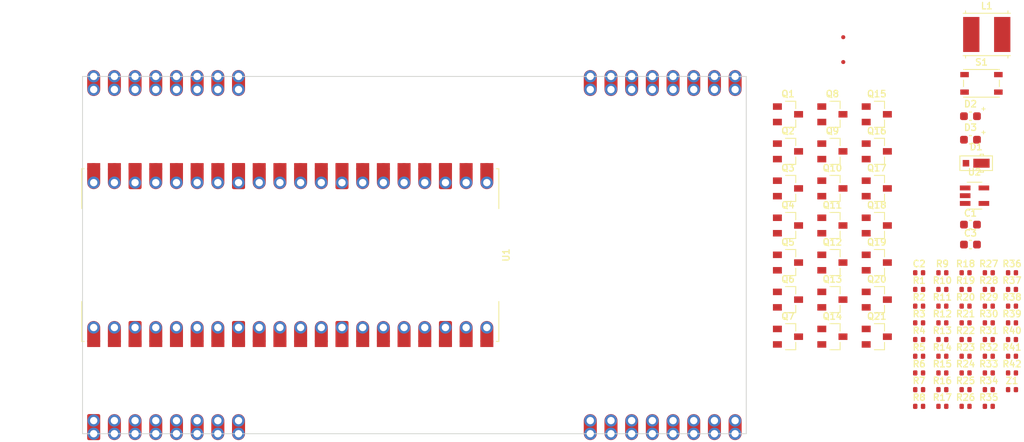
<source format=kicad_pcb>
(kicad_pcb (version 20241229) (generator "pcbnew") (generator_version "9.0")
  (title_block (title "LTE Clock"))
  (layers (0 "F.Cu" signal) (2 "B.Cu" signal) (5 "F.SilkS" user "F.Silkscreen") (7 "B.SilkS" user "B.Silkscreen") (1 "F.Mask" user) (3 "B.Mask" user) (25 "Edge.Cuts" user))
  (net 0 "")
  (net 1 "GND")
  (net 2 "+5V")
  (net 3 "+8V")
  (net 4 "Net-(U2-FB)")
  (net 5 "Net-(D1-A)")
  (net 6 "Net-(D2-A)")
  (net 7 "Net-(D3-A)")
  (net 8 "/digit_0_a")
  (net 9 "/digit_6_a")
  (net 10 "/digit_3_a")
  (net 11 "/digit_2_a")
  (net 12 "/digit_7_a")
  (net 13 "/digit_5_a")
  (net 14 "/digit_1_a")
  (net 15 "/digit_4_a")
  (net 16 "/od_0_k")
  (net 17 "/od_3_k")
  (net 18 "/seg_c_k")
  (net 19 "/od_2_k")
  (net 20 "/od_4_k")
  (net 21 "/seg_e_k")
  (net 22 "/od_1_k")
  (net 23 "/seg_d_k")
  (net 24 "/seg_dp_k")
  (net 25 "/sw_1")
  (net 26 "/sw_2")
  (net 27 "/seg_g_k")
  (net 28 "/seg_f_k")
  (net 29 "/seg_a_k")
  (net 30 "/sw_0")
  (net 31 "/seg_b_k")
  (net 32 "+3V3")
  (net 33 "/SWCLK")
  (net 34 "/SWDIO")
  (net 35 "/SWDIO_1")
  (net 36 "/SWDIO_2")
  (net 37 "/AIN")
  (net 38 "+VSW")
  (net 39 "/SWCLK_1")
  (net 40 "/NRST")
  (net 41 "/SWCLK_2")
  (net 42 "/digit_0_int")
  (net 43 "/digit_1_int")
  (net 44 "/digit_2_int")
  (net 45 "/digit_3_int")
  (net 46 "/digit_4_int")
  (net 47 "/digit_5_int")
  (net 48 "/digit_6_int")
  (net 49 "/digit_7_int")
  (net 50 "Net-(Q9-D)")
  (net 51 "/seg_e_int")
  (net 52 "Net-(Q10-D)")
  (net 53 "/seg_d_int")
  (net 54 "Net-(Q11-D)")
  (net 55 "/seg_c_int")
  (net 56 "/seg_b_int")
  (net 57 "Net-(Q12-D)")
  (net 58 "Net-(Q13-D)")
  (net 59 "/seg_a_int")
  (net 60 "Net-(Q14-D)")
  (net 61 "/seg_dp_int")
  (net 62 "Net-(Q15-D)")
  (net 63 "/seg_f_int")
  (net 64 "Net-(Q16-D)")
  (net 65 "/seg_g_int")
  (net 66 "Net-(Q17-D)")
  (net 67 "/od_0_int")
  (net 68 "/od_1_int")
  (net 69 "Net-(Q18-D)")
  (net 70 "Net-(Q19-D)")
  (net 71 "/od_2_int")
  (net 72 "Net-(Q20-D)")
  (net 73 "/od_3_int")
  (net 74 "/od_4_int")
  (net 75 "Net-(Q21-D)")
  (net 76 "Net-(U1-3V3_EN)")
  (net 77 "/LED")
  (footprint "00_custom_lib:RC0402FR-0747KL" (layer "F.Cu") (at 158.4 74.1)
    (property "Reference" "R18" (at 0 -1.1 0) (layer "F.SilkS") (effects (font (size 0.8 0.8))))
    (property "Value" "RC0402FR-0747KL")
    (pad "1" smd roundrect (at -0.48 0) (size 0.54 0.64) (layers "F.Cu" "F.Mask" "F.Paste") (net 51 "/seg_e_int"))
    (pad "2" smd roundrect (at 0.48 0) (size 0.54 0.64) (layers "F.Cu" "F.Mask" "F.Paste") (net 1 "GND"))
  )
  (footprint "00_custom_lib:AO3400A" (layer "F.Cu") (at 147.5 63.75)
    (property "Reference" "Q17" (at 0 -2.5 0) (layer "F.SilkS") (effects (font (size 0.8 0.8))))
    (property "Value" "AO3400A")
    (pad "1" smd rect (at -1.3 -0.95) (size 1.1 0.8) (layers "F.Cu" "F.Mask" "F.Paste") (net 67 "/od_0_int"))
    (pad "2" smd rect (at -1.3 0.95) (size 1.1 0.8) (layers "F.Cu" "F.Mask" "F.Paste") (net 1 "GND"))
    (pad "3" smd rect (at 1.3 0) (size 1.1 0.8) (layers "F.Cu" "F.Mask" "F.Paste") (net 66 "Net-(Q17-D)"))
  )
  (footprint "00_custom_lib:AO3415A" (layer "F.Cu") (at 136.6 68.3)
    (property "Reference" "Q4" (at 0 -2.5 0) (layer "F.SilkS") (effects (font (size 0.8 0.8))))
    (property "Value" "AO3415A")
    (pad "1" smd rect (at -1.3 -0.95) (size 1.1 0.8) (layers "F.Cu" "F.Mask" "F.Paste") (net 45 "/digit_3_int"))
    (pad "2" smd rect (at -1.3 0.95) (size 1.1 0.8) (layers "F.Cu" "F.Mask" "F.Paste") (net 3 "+8V"))
    (pad "3" smd rect (at 1.3 0) (size 1.1 0.8) (layers "F.Cu" "F.Mask" "F.Paste") (net 10 "/digit_3_a"))
  )
  (footprint "00_custom_lib:RC0402FR-0747KL" (layer "F.Cu") (at 164.1 78.2)
    (property "Reference" "R38" (at 0 -1.1 0) (layer "F.SilkS") (effects (font (size 0.8 0.8))))
    (property "Value" "RC0402FR-0747KL")
    (pad "1" smd roundrect (at -0.48 0) (size 0.54 0.64) (layers "F.Cu" "F.Mask" "F.Paste") (net 71 "/od_2_int"))
    (pad "2" smd roundrect (at 0.48 0) (size 0.54 0.64) (layers "F.Cu" "F.Mask" "F.Paste") (net 1 "GND"))
  )
  (footprint "00_custom_lib:R_1005m" (layer "F.Cu") (at 152.7 76.15)
    (property "Reference" "R1" (at 0 -1.1 0) (layer "F.SilkS") (effects (font (size 0.8 0.8))))
    (property "Value" "R_1005m")
    (pad "1" smd roundrect (at -0.48 0) (size 0.54 0.64) (layers "F.Cu" "F.Mask" "F.Paste") (net 76 "Net-(U1-3V3_EN)"))
    (pad "2" smd roundrect (at 0.48 0) (size 0.54 0.64) (layers "F.Cu" "F.Mask" "F.Paste") (net 1 "GND"))
  )
  (footprint "00_custom_lib:RC0402FR-0747KL" (layer "F.Cu") (at 155.55 74.1)
    (property "Reference" "R9" (at 0 -1.1 0) (layer "F.SilkS") (effects (font (size 0.8 0.8))))
    (property "Value" "RC0402FR-0747KL")
    (pad "1" smd roundrect (at -0.48 0) (size 0.54 0.64) (layers "F.Cu" "F.Mask" "F.Paste") (net 3 "+8V"))
    (pad "2" smd roundrect (at 0.48 0) (size 0.54 0.64) (layers "F.Cu" "F.Mask" "F.Paste") (net 42 "/digit_0_int"))
  )
  (footprint "00_custom_lib:RC0402FR-0733RL" (layer "F.Cu") (at 161.25 82.3)
    (property "Reference" "R31" (at 0 -1.1 0) (layer "F.SilkS") (effects (font (size 0.8 0.8))))
    (property "Value" "RC0402FR-0733RL")
    (pad "1" smd roundrect (at -0.48 0) (size 0.54 0.64) (layers "F.Cu" "F.Mask" "F.Paste") (net 64 "Net-(Q16-D)"))
    (pad "2" smd roundrect (at 0.48 0) (size 0.54 0.64) (layers "F.Cu" "F.Mask" "F.Paste") (net 27 "/seg_g_k"))
  )
  (footprint "00_custom_lib:CC0603KRX5R8BB225" (layer "F.Cu") (at 159 68.19)
    (property "Reference" "C1" (at 0 -1.4 0) (layer "F.SilkS") (effects (font (size 0.8 0.8))))
    (property "Value" "CC0603KRX5R8BB225")
    (pad "1" smd roundrect (at -0.8 0) (size 0.95 0.95) (layers "F.Cu" "F.Mask" "F.Paste") (net 1 "GND"))
    (pad "2" smd roundrect (at 0.8 0) (size 0.95 0.95) (layers "F.Cu" "F.Mask" "F.Paste") (net 2 "+5V"))
  )
  (footprint "00_custom_lib:RC0402FR-0747KL" (layer "F.Cu") (at 164.1 74.1)
    (property "Reference" "R36" (at 0 -1.1 0) (layer "F.SilkS") (effects (font (size 0.8 0.8))))
    (property "Value" "RC0402FR-0747KL")
    (pad "1" smd roundrect (at -0.48 0) (size 0.54 0.64) (layers "F.Cu" "F.Mask" "F.Paste") (net 68 "/od_1_int"))
    (pad "2" smd roundrect (at 0.48 0) (size 0.54 0.64) (layers "F.Cu" "F.Mask" "F.Paste") (net 1 "GND"))
  )
  (footprint "00_custom_lib:RC0402FR-0747KL" (layer "F.Cu") (at 161.25 76.15)
    (property "Reference" "R28" (at 0 -1.1 0) (layer "F.SilkS") (effects (font (size 0.8 0.8))))
    (property "Value" "RC0402FR-0747KL")
    (pad "1" smd roundrect (at -0.48 0) (size 0.54 0.64) (layers "F.Cu" "F.Mask" "F.Paste") (net 61 "/seg_dp_int"))
    (pad "2" smd roundrect (at 0.48 0) (size 0.54 0.64) (layers "F.Cu" "F.Mask" "F.Paste") (net 1 "GND"))
  )
  (footprint "00_custom_lib:AO3400A" (layer "F.Cu") (at 147.5 68.3)
    (property "Reference" "Q18" (at 0 -2.5 0) (layer "F.SilkS") (effects (font (size 0.8 0.8))))
    (property "Value" "AO3400A")
    (pad "1" smd rect (at -1.3 -0.95) (size 1.1 0.8) (layers "F.Cu" "F.Mask" "F.Paste") (net 68 "/od_1_int"))
    (pad "2" smd rect (at -1.3 0.95) (size 1.1 0.8) (layers "F.Cu" "F.Mask" "F.Paste") (net 1 "GND"))
    (pad "3" smd rect (at 1.3 0) (size 1.1 0.8) (layers "F.Cu" "F.Mask" "F.Paste") (net 69 "Net-(Q18-D)"))
  )
  (footprint "00_custom_lib:SML-E12V8WT86" (layer "F.Cu") (at 159 54.885)
    (property "Reference" "D2" (at 0 -1.5 0) (layer "F.SilkS") (effects (font (size 0.8 0.8))))
    (property "Value" "SML-E12V8WT86")
    (pad "1" smd roundrect (at -0.8 0) (size 0.95 0.95) (layers "F.Cu" "F.Mask" "F.Paste") (net 1 "GND"))
    (pad "2" smd roundrect (at 0.8 0) (size 0.95 0.95) (layers "F.Cu" "F.Mask" "F.Paste") (net 6 "Net-(D2-A)"))
  )
  (footprint "00_custom_lib:Fiducial_0.5mm_Mask1.5mm" (layer "F.Cu") (at 143.385 45.185)
    (property "Reference" "ID1" (hide yes))
    (property "Value" "Fiducial_0.5mm_Mask1.5mm")
    (pad "" smd circle (at 0 0) (size 0.5 0.5) (layers "F.Cu" "F.Mask") (clearance 0.5))
  )
  (footprint "00_custom_lib:AO3400A" (layer "F.Cu") (at 142.05 77.4)
    (property "Reference" "Q13" (at 0 -2.5 0) (layer "F.SilkS") (effects (font (size 0.8 0.8))))
    (property "Value" "AO3400A")
    (pad "1" smd rect (at -1.3 -0.95) (size 1.1 0.8) (layers "F.Cu" "F.Mask" "F.Paste") (net 59 "/seg_a_int"))
    (pad "2" smd rect (at -1.3 0.95) (size 1.1 0.8) (layers "F.Cu" "F.Mask" "F.Paste") (net 1 "GND"))
    (pad "3" smd rect (at 1.3 0) (size 1.1 0.8) (layers "F.Cu" "F.Mask" "F.Paste") (net 58 "Net-(Q13-D)"))
  )
  (footprint "00_custom_lib:RC0402FR-0747KL" (layer "F.Cu") (at 161.25 84.35)
    (property "Reference" "R32" (at 0 -1.1 0) (layer "F.SilkS") (effects (font (size 0.8 0.8))))
    (property "Value" "RC0402FR-0747KL")
    (pad "1" smd roundrect (at -0.48 0) (size 0.54 0.64) (layers "F.Cu" "F.Mask" "F.Paste") (net 65 "/seg_g_int"))
    (pad "2" smd roundrect (at 0.48 0) (size 0.54 0.64) (layers "F.Cu" "F.Mask" "F.Paste") (net 1 "GND"))
  )
  (footprint "00_custom_lib:AO3400A" (layer "F.Cu") (at 142.05 72.85)
    (property "Reference" "Q12" (at 0 -2.5 0) (layer "F.SilkS") (effects (font (size 0.8 0.8))))
    (property "Value" "AO3400A")
    (pad "1" smd rect (at -1.3 -0.95) (size 1.1 0.8) (layers "F.Cu" "F.Mask" "F.Paste") (net 56 "/seg_b_int"))
    (pad "2" smd rect (at -1.3 0.95) (size 1.1 0.8) (layers "F.Cu" "F.Mask" "F.Paste") (net 1 "GND"))
    (pad "3" smd rect (at 1.3 0) (size 1.1 0.8) (layers "F.Cu" "F.Mask" "F.Paste") (net 57 "Net-(Q12-D)"))
  )
  (footprint "00_custom_lib:RC0402FR-0747KL" (layer "F.Cu") (at 161.25 88.45)
    (property "Reference" "R34" (at 0 -1.1 0) (layer "F.SilkS") (effects (font (size 0.8 0.8))))
    (property "Value" "RC0402FR-0747KL")
    (pad "1" smd roundrect (at -0.48 0) (size 0.54 0.64) (layers "F.Cu" "F.Mask" "F.Paste") (net 67 "/od_0_int"))
    (pad "2" smd roundrect (at 0.48 0) (size 0.54 0.64) (layers "F.Cu" "F.Mask" "F.Paste") (net 1 "GND"))
  )
  (footprint "00_custom_lib:AO3415A" (layer "F.Cu") (at 136.6 54.65)
    (property "Reference" "Q1" (at 0 -2.5 0) (layer "F.SilkS") (effects (font (size 0.8 0.8))))
    (property "Value" "AO3415A")
    (pad "1" smd rect (at -1.3 -0.95) (size 1.1 0.8) (layers "F.Cu" "F.Mask" "F.Paste") (net 42 "/digit_0_int"))
    (pad "2" smd rect (at -1.3 0.95) (size 1.1 0.8) (layers "F.Cu" "F.Mask" "F.Paste") (net 3 "+8V"))
    (pad "3" smd rect (at 1.3 0) (size 1.1 0.8) (layers "F.Cu" "F.Mask" "F.Paste") (net 8 "/digit_0_a"))
  )
  (footprint "00_custom_lib:AO3415A" (layer "F.Cu") (at 136.6 77.4)
    (property "Reference" "Q6" (at 0 -2.5 0) (layer "F.SilkS") (effects (font (size 0.8 0.8))))
    (property "Value" "AO3415A")
    (pad "1" smd rect (at -1.3 -0.95) (size 1.1 0.8) (layers "F.Cu" "F.Mask" "F.Paste") (net 47 "/digit_5_int"))
    (pad "2" smd rect (at -1.3 0.95) (size 1.1 0.8) (layers "F.Cu" "F.Mask" "F.Paste") (net 3 "+8V"))
    (pad "3" smd rect (at 1.3 0) (size 1.1 0.8) (layers "F.Cu" "F.Mask" "F.Paste") (net 13 "/digit_5_a"))
  )
  (footprint "00_custom_lib:CC0603KRX5R7BB475" (layer "F.Cu") (at 159 70.64)
    (property "Reference" "C3" (at 0 -1.4 0) (layer "F.SilkS") (effects (font (size 0.8 0.8))))
    (property "Value" "CC0603KRX5R7BB475")
    (pad "1" smd roundrect (at -0.8 0) (size 0.95 0.95) (layers "F.Cu" "F.Mask" "F.Paste") (net 3 "+8V"))
    (pad "2" smd roundrect (at 0.8 0) (size 0.95 0.95) (layers "F.Cu" "F.Mask" "F.Paste") (net 1 "GND"))
  )
  (footprint "00_custom_lib:RC0402JR-070RL" (layer "F.Cu") (at 164.1 80.25)
    (property "Reference" "R39" (at 0 -1.1 0) (layer "F.SilkS") (effects (font (size 0.8 0.8))))
    (property "Value" "RC0402JR-070RL")
    (pad "1" smd roundrect (at -0.48 0) (size 0.54 0.64) (layers "F.Cu" "F.Mask" "F.Paste") (net 72 "Net-(Q20-D)"))
    (pad "2" smd roundrect (at 0.48 0) (size 0.54 0.64) (layers "F.Cu" "F.Mask" "F.Paste") (net 17 "/od_3_k"))
  )
  (footprint "00_custom_lib:SKRPABE010" (layer "F.Cu") (at 160.35 50.85)
    (property "Reference" "S1" (at 0 -2.6 0) (layer "F.SilkS") (effects (font (size 0.8 0.8))))
    (property "Value" "SKRPABE010")
    (pad "1" smd rect (at -2.075 -1.075) (size 1.05 0.65) (layers "F.Cu" "F.Mask" "F.Paste") (net 40 "/NRST"))
    (pad "2" smd rect (at 2.075 -1.075) (size 1.05 0.65) (layers "F.Cu" "F.Mask" "F.Paste") (net 40 "/NRST"))
    (pad "3" smd rect (at -2.075 1.075) (size 1.05 0.65) (layers "F.Cu" "F.Mask" "F.Paste") (net 1 "GND"))
    (pad "4" smd rect (at 2.075 1.075) (size 1.05 0.65) (layers "F.Cu" "F.Mask" "F.Paste") (net 1 "GND"))
  )
  (footprint "00_custom_lib:SML-E12P8WT86" (layer "F.Cu") (at 159 57.77)
    (property "Reference" "D3" (at 0 -1.5 0) (layer "F.SilkS") (effects (font (size 0.8 0.8))))
    (property "Value" "SML-E12P8WT86")
    (pad "1" smd roundrect (at -0.8 0) (size 0.95 0.95) (layers "F.Cu" "F.Mask" "F.Paste") (net 1 "GND"))
    (pad "2" smd roundrect (at 0.8 0) (size 0.95 0.95) (layers "F.Cu" "F.Mask" "F.Paste") (net 7 "Net-(D3-A)"))
  )
  (footprint "00_custom_lib:AO3400A" (layer "F.Cu") (at 147.5 59.2)
    (property "Reference" "Q16" (at 0 -2.5 0) (layer "F.SilkS") (effects (font (size 0.8 0.8))))
    (property "Value" "AO3400A")
    (pad "1" smd rect (at -1.3 -0.95) (size 1.1 0.8) (layers "F.Cu" "F.Mask" "F.Paste") (net 65 "/seg_g_int"))
    (pad "2" smd rect (at -1.3 0.95) (size 1.1 0.8) (layers "F.Cu" "F.Mask" "F.Paste") (net 1 "GND"))
    (pad "3" smd rect (at 1.3 0) (size 1.1 0.8) (layers "F.Cu" "F.Mask" "F.Paste") (net 64 "Net-(Q16-D)"))
  )
  (footprint "00_custom_lib:AO3400A" (layer "F.Cu") (at 142.05 68.3)
    (property "Reference" "Q11" (at 0 -2.5 0) (layer "F.SilkS") (effects (font (size 0.8 0.8))))
    (property "Value" "AO3400A")
    (pad "1" smd rect (at -1.3 -0.95) (size 1.1 0.8) (layers "F.Cu" "F.Mask" "F.Paste") (net 55 "/seg_c_int"))
    (pad "2" smd rect (at -1.3 0.95) (size 1.1 0.8) (layers "F.Cu" "F.Mask" "F.Paste") (net 1 "GND"))
    (pad "3" smd rect (at 1.3 0) (size 1.1 0.8) (layers "F.Cu" "F.Mask" "F.Paste") (net 54 "Net-(Q11-D)"))
  )
  (footprint "00_custom_lib:RC0402FR-0747KL" (layer "F.Cu") (at 164.1 82.3)
    (property "Reference" "R40" (at 0 -1.1 0) (layer "F.SilkS") (effects (font (size 0.8 0.8))))
    (property "Value" "RC0402FR-0747KL")
    (pad "1" smd roundrect (at -0.48 0) (size 0.54 0.64) (layers "F.Cu" "F.Mask" "F.Paste") (net 73 "/od_3_int"))
    (pad "2" smd roundrect (at 0.48 0) (size 0.54 0.64) (layers "F.Cu" "F.Mask" "F.Paste") (net 1 "GND"))
  )
  (footprint "00_custom_lib:RC0402FR-0733RL" (layer "F.Cu") (at 158.4 84.35)
    (property "Reference" "R23" (at 0 -1.1 0) (layer "F.SilkS") (effects (font (size 0.8 0.8))))
    (property "Value" "RC0402FR-0733RL")
    (pad "1" smd roundrect (at -0.48 0) (size 0.54 0.64) (layers "F.Cu" "F.Mask" "F.Paste") (net 57 "Net-(Q12-D)"))
    (pad "2" smd roundrect (at 0.48 0) (size 0.54 0.64) (layers "F.Cu" "F.Mask" "F.Paste") (net 31 "/seg_b_k"))
  )
  (footprint "00_custom_lib:RC0402FR-0733RL" (layer "F.Cu") (at 158.4 76.15)
    (property "Reference" "R19" (at 0 -1.1 0) (layer "F.SilkS") (effects (font (size 0.8 0.8))))
    (property "Value" "RC0402FR-0733RL")
    (pad "1" smd roundrect (at -0.48 0) (size 0.54 0.64) (layers "F.Cu" "F.Mask" "F.Paste") (net 52 "Net-(Q10-D)"))
    (pad "2" smd roundrect (at 0.48 0) (size 0.54 0.64) (layers "F.Cu" "F.Mask" "F.Paste") (net 23 "/seg_d_k"))
  )
  (footprint "00_custom_lib:edge_conn_pico_8pin_b" (layer "F.Cu") (at 70.52 50 -90)
    (property "Reference" "J4" (hide yes))
    (property "Value" "edge_conn_pico_8pin_b" (hide yes))
    (pad "1" thru_hole circle (at 0 1.37 270) (size 1.5 1.5) (drill 0.9) (layers "*.Cu" "*.Mask") (net 37 "/AIN"))
    (pad "1" smd roundrect (at 0.81 1.37 270) (size 3.2 1.6) (layers "F.Cu" "F.Mask") (roundrect_rratio 0.5) (net 37 "/AIN"))
    (pad "1" thru_hole circle (at 1.61 1.37 270) (size 1.5 1.5) (drill 0.9) (layers "*.Cu" "*.Mask") (net 37 "/AIN"))
    (pad "2" thru_hole circle (at 0 3.91 270) (size 1.5 1.5) (drill 0.9) (layers "*.Cu" "*.Mask") (net 1 "GND"))
    (pad "2" smd roundrect (at 0.81 3.91 270) (size 3.2 1.6) (layers "F.Cu" "F.Mask") (roundrect_rratio 0.5) (net 1 "GND"))
    (pad "2" thru_hole circle (at 1.61 3.91 270) (size 1.5 1.5) (drill 0.9) (layers "*.Cu" "*.Mask") (net 1 "GND"))
    (pad "3" thru_hole circle (at 0 6.45 270) (size 1.5 1.5) (drill 0.9) (layers "*.Cu" "*.Mask") (net 40 "/NRST"))
    (pad "3" smd roundrect (at 0.81 6.45 270) (size 3.2 1.6) (layers "F.Cu" "F.Mask") (roundrect_rratio 0.5) (net 40 "/NRST"))
    (pad "3" thru_hole circle (at 1.61 6.45 270) (size 1.5 1.5) (drill 0.9) (layers "*.Cu" "*.Mask") (net 40 "/NRST"))
    (pad "4" thru_hole circle (at 0 8.99 270) (size 1.5 1.5) (drill 0.9) (layers "*.Cu" "*.Mask") (net 39 "/SWCLK_1"))
    (pad "4" smd roundrect (at 0.81 8.99 270) (size 3.2 1.6) (layers "F.Cu" "F.Mask") (roundrect_rratio 0.5) (net 33 "/SWCLK"))
    (pad "4" thru_hole circle (at 1.61 8.99 270) (size 1.5 1.5) (drill 0.9) (layers "*.Cu" "*.Mask") (net 41 "/SWCLK_2"))
    (pad "5" thru_hole circle (at 0 11.53 270) (size 1.5 1.5) (drill 0.9) (layers "*.Cu" "*.Mask") (net 34 "/SWDIO"))
    (pad "5" smd roundrect (at 0.81 11.53 270) (size 3.2 1.6) (layers "F.Cu" "F.Mask") (roundrect_rratio 0.5) (net 36 "/SWDIO_2"))
    (pad "5" thru_hole circle (at 1.61 11.53 270) (size 1.5 1.5) (drill 0.9) (layers "*.Cu" "*.Mask") (net 35 "/SWDIO_1"))
    (pad "6" thru_hole circle (at 0 14.07 270) (size 1.5 1.5) (drill 0.9) (layers "*.Cu" "*.Mask") (net 32 "+3V3"))
    (pad "6" smd roundrect (at 0.81 14.07 270) (size 3.2 1.6) (layers "F.Cu" "F.Mask") (roundrect_rratio 0.5) (net 32 "+3V3"))
    (pad "6" thru_hole circle (at 1.61 14.07 270) (size 1.5 1.5) (drill 0.9) (layers "*.Cu" "*.Mask") (net 32 "+3V3"))
    (pad "7" thru_hole circle (at 0 16.61 270) (size 1.5 1.5) (drill 0.9) (layers "*.Cu" "*.Mask") (net 38 "+VSW"))
    (pad "7" smd roundrect (at 0.81 16.61 270) (size 3.2 1.6) (layers "F.Cu" "F.Mask") (roundrect_rratio 0.5) (net 38 "+VSW"))
    (pad "7" thru_hole circle (at 1.61 16.61 270) (size 1.5 1.5) (drill 0.9) (layers "*.Cu" "*.Mask") (net 38 "+VSW"))
    (pad "8" thru_hole circle (at 0 19.15 270) (size 1.5 1.5) (drill 0.9) (layers "*.Cu" "*.Mask") (net 2 "+5V"))
    (pad "8" smd roundrect (at 0.81 19.15 270) (size 3.2 1.6) (layers "F.Cu" "F.Mask") (roundrect_rratio 0.5) (net 2 "+5V"))
    (pad "8" thru_hole circle (at 1.61 19.15 270) (size 1.5 1.5) (drill 0.9) (layers "*.Cu" "*.Mask") (net 2 "+5V"))
  )
  (footprint "00_custom_lib:RC0402FR-0747KL" (layer "F.Cu") (at 152.7 86.4)
    (property "Reference" "R6" (at 0 -1.1 0) (layer "F.SilkS") (effects (font (size 0.8 0.8))))
    (property "Value" "RC0402FR-0747KL")
    (pad "1" smd roundrect (at -0.48 0) (size 0.54 0.64) (layers "F.Cu" "F.Mask" "F.Paste") (net 30 "/sw_0"))
    (pad "2" smd roundrect (at 0.48 0) (size 0.54 0.64) (layers "F.Cu" "F.Mask" "F.Paste") (net 32 "+3V3"))
  )
  (footprint "00_custom_lib:AO3400A" (layer "F.Cu") (at 142.05 59.2)
    (property "Reference" "Q9" (at 0 -2.5 0) (layer "F.SilkS") (effects (font (size 0.8 0.8))))
    (property "Value" "AO3400A")
    (pad "1" smd rect (at -1.3 -0.95) (size 1.1 0.8) (layers "F.Cu" "F.Mask" "F.Paste") (net 51 "/seg_e_int"))
    (pad "2" smd rect (at -1.3 0.95) (size 1.1 0.8) (layers "F.Cu" "F.Mask" "F.Paste") (net 1 "GND"))
    (pad "3" smd rect (at 1.3 0) (size 1.1 0.8) (layers "F.Cu" "F.Mask" "F.Paste") (net 50 "Net-(Q9-D)"))
  )
  (footprint "00_custom_lib:RC0402FR-0782KL" (layer "F.Cu") (at 152.7 80.25)
    (property "Reference" "R3" (at 0 -1.1 0) (layer "F.SilkS") (effects (font (size 0.8 0.8))))
    (property "Value" "RC0402FR-0782KL")
    (pad "1" smd roundrect (at -0.48 0) (size 0.54 0.64) (layers "F.Cu" "F.Mask" "F.Paste") (net 3 "+8V"))
    (pad "2" smd roundrect (at 0.48 0) (size 0.54 0.64) (layers "F.Cu" "F.Mask" "F.Paste") (net 4 "Net-(U2-FB)"))
  )
  (footprint "00_custom_lib:Fiducial_0.5mm_Mask1.5mm" (layer "F.Cu") (at 143.385 48.235)
    (property "Reference" "ID2" (hide yes))
    (property "Value" "Fiducial_0.5mm_Mask1.5mm")
    (pad "" smd circle (at 0 0) (size 0.5 0.5) (layers "F.Cu" "F.Mask") (clearance 0.5))
  )
  (footprint "00_custom_lib:RC0402FR-0747KL" (layer "F.Cu") (at 155.55 78.2)
    (property "Reference" "R11" (at 0 -1.1 0) (layer "F.SilkS") (effects (font (size 0.8 0.8))))
    (property "Value" "RC0402FR-0747KL")
    (pad "1" smd roundrect (at -0.48 0) (size 0.54 0.64) (layers "F.Cu" "F.Mask" "F.Paste") (net 3 "+8V"))
    (pad "2" smd roundrect (at 0.48 0) (size 0.54 0.64) (layers "F.Cu" "F.Mask" "F.Paste") (net 44 "/digit_2_int"))
  )
  (footprint "00_custom_lib:RC0402FR-0747KL" (layer "F.Cu") (at 164.1 86.4)
    (property "Reference" "R42" (at 0 -1.1 0) (layer "F.SilkS") (effects (font (size 0.8 0.8))))
    (property "Value" "RC0402FR-0747KL")
    (pad "1" smd roundrect (at -0.48 0) (size 0.54 0.64) (layers "F.Cu" "F.Mask" "F.Paste") (net 74 "/od_4_int"))
    (pad "2" smd roundrect (at 0.48 0) (size 0.54 0.64) (layers "F.Cu" "F.Mask" "F.Paste") (net 1 "GND"))
  )
  (footprint "00_custom_lib:RC0402FR-07330RL" (layer "F.Cu") (at 152.7 78.2)
    (property "Reference" "R2" (at 0 -1.1 0) (layer "F.SilkS") (effects (font (size 0.8 0.8))))
    (property "Value" "RC0402FR-07330RL")
    (pad "1" smd roundrect (at -0.48 0) (size 0.54 0.64) (layers "F.Cu" "F.Mask" "F.Paste") (net 77 "/LED"))
    (pad "2" smd roundrect (at 0.48 0) (size 0.54 0.64) (layers "F.Cu" "F.Mask" "F.Paste") (net 6 "Net-(D2-A)"))
  )
  (footprint "00_custom_lib:RC0402JR-070RL" (layer "F.Cu") (at 161.25 90.5)
    (property "Reference" "R35" (at 0 -1.1 0) (layer "F.SilkS") (effects (font (size 0.8 0.8))))
    (property "Value" "RC0402JR-070RL")
    (pad "1" smd roundrect (at -0.48 0) (size 0.54 0.64) (layers "F.Cu" "F.Mask" "F.Paste") (net 69 "Net-(Q18-D)"))
    (pad "2" smd roundrect (at 0.48 0) (size 0.54 0.64) (layers "F.Cu" "F.Mask" "F.Paste") (net 22 "/od_1_k"))
  )
  (footprint "00_custom_lib:AO3400A" (layer "F.Cu") (at 147.5 77.4)
    (property "Reference" "Q20" (at 0 -2.5 0) (layer "F.SilkS") (effects (font (size 0.8 0.8))))
    (property "Value" "AO3400A")
    (pad "1" smd rect (at -1.3 -0.95) (size 1.1 0.8) (layers "F.Cu" "F.Mask" "F.Paste") (net 73 "/od_3_int"))
    (pad "2" smd rect (at -1.3 0.95) (size 1.1 0.8) (layers "F.Cu" "F.Mask" "F.Paste") (net 1 "GND"))
    (pad "3" smd rect (at 1.3 0) (size 1.1 0.8) (layers "F.Cu" "F.Mask" "F.Paste") (net 72 "Net-(Q20-D)"))
  )
  (footprint "00_custom_lib:AO3415A" (layer "F.Cu") (at 136.6 63.75)
    (property "Reference" "Q3" (at 0 -2.5 0) (layer "F.SilkS") (effects (font (size 0.8 0.8))))
    (property "Value" "AO3415A")
    (pad "1" smd rect (at -1.3 -0.95) (size 1.1 0.8) (layers "F.Cu" "F.Mask" "F.Paste") (net 44 "/digit_2_int"))
    (pad "2" smd rect (at -1.3 0.95) (size 1.1 0.8) (layers "F.Cu" "F.Mask" "F.Paste") (net 3 "+8V"))
    (pad "3" smd rect (at 1.3 0) (size 1.1 0.8) (layers "F.Cu" "F.Mask" "F.Paste") (net 11 "/digit_2_a"))
  )
  (footprint "00_custom_lib:RC0402FR-0747KL" (layer "F.Cu") (at 155.55 84.35)
    (property "Reference" "R14" (at 0 -1.1 0) (layer "F.SilkS") (effects (font (size 0.8 0.8))))
    (property "Value" "RC0402FR-0747KL")
    (pad "1" smd roundrect (at -0.48 0) (size 0.54 0.64) (layers "F.Cu" "F.Mask" "F.Paste") (net 3 "+8V"))
    (pad "2" smd roundrect (at 0.48 0) (size 0.54 0.64) (layers "F.Cu" "F.Mask" "F.Paste") (net 47 "/digit_5_int"))
  )
  (footprint "00_custom_lib:AO3400A" (layer "F.Cu") (at 147.5 54.65)
    (property "Reference" "Q15" (at 0 -2.5 0) (layer "F.SilkS") (effects (font (size 0.8 0.8))))
    (property "Value" "AO3400A")
    (pad "1" smd rect (at -1.3 -0.95) (size 1.1 0.8) (layers "F.Cu" "F.Mask" "F.Paste") (net 63 "/seg_f_int"))
    (pad "2" smd rect (at -1.3 0.95) (size 1.1 0.8) (layers "F.Cu" "F.Mask" "F.Paste") (net 1 "GND"))
    (pad "3" smd rect (at 1.3 0) (size 1.1 0.8) (layers "F.Cu" "F.Mask" "F.Paste") (net 62 "Net-(Q15-D)"))
  )
  (footprint "00_custom_lib:RC0402FR-0747KL" (layer "F.Cu") (at 155.55 82.3)
    (property "Reference" "R13" (at 0 -1.1 0) (layer "F.SilkS") (effects (font (size 0.8 0.8))))
    (property "Value" "RC0402FR-0747KL")
    (pad "1" smd roundrect (at -0.48 0) (size 0.54 0.64) (layers "F.Cu" "F.Mask" "F.Paste") (net 3 "+8V"))
    (pad "2" smd roundrect (at 0.48 0) (size 0.54 0.64) (layers "F.Cu" "F.Mask" "F.Paste") (net 46 "/digit_4_int"))
  )
  (footprint "00_custom_lib:edge_conn_pico_8pin_b" (layer "F.Cu") (at 131.48 50 -90)
    (property "Reference" "J3" (hide yes))
    (property "Value" "edge_conn_pico_8pin_b" (hide yes))
    (pad "1" thru_hole circle (at 0 1.37 270) (size 1.5 1.5) (drill 0.9) (layers "*.Cu" "*.Mask") (net 31 "/seg_b_k"))
    (pad "1" smd roundrect (at 0.81 1.37 270) (size 3.2 1.6) (layers "F.Cu" "F.Mask") (roundrect_rratio 0.5) (net 31 "/seg_b_k"))
    (pad "1" thru_hole circle (at 1.61 1.37 270) (size 1.5 1.5) (drill 0.9) (layers "*.Cu" "*.Mask") (net 31 "/seg_b_k"))
    (pad "2" thru_hole circle (at 0 3.91 270) (size 1.5 1.5) (drill 0.9) (layers "*.Cu" "*.Mask") (net 29 "/seg_a_k"))
    (pad "2" smd roundrect (at 0.81 3.91 270) (size 3.2 1.6) (layers "F.Cu" "F.Mask") (roundrect_rratio 0.5) (net 29 "/seg_a_k"))
    (pad "2" thru_hole circle (at 1.61 3.91 270) (size 1.5 1.5) (drill 0.9) (layers "*.Cu" "*.Mask") (net 29 "/seg_a_k"))
    (pad "3" thru_hole circle (at 0 6.45 270) (size 1.5 1.5) (drill 0.9) (layers "*.Cu" "*.Mask") (net 24 "/seg_dp_k"))
    (pad "3" smd roundrect (at 0.81 6.45 270) (size 3.2 1.6) (layers "F.Cu" "F.Mask") (roundrect_rratio 0.5) (net 24 "/seg_dp_k"))
    (pad "3" thru_hole circle (at 1.61 6.45 270) (size 1.5 1.5) (drill 0.9) (layers "*.Cu" "*.Mask") (net 24 "/seg_dp_k"))
    (pad "4" thru_hole circle (at 0 8.99 270) (size 1.5 1.5) (drill 0.9) (layers "*.Cu" "*.Mask") (net 28 "/seg_f_k"))
    (pad "4" smd roundrect (at 0.81 8.99 270) (size 3.2 1.6) (layers "F.Cu" "F.Mask") (roundrect_rratio 0.5) (net 28 "/seg_f_k"))
    (pad "4" thru_hole circle (at 1.61 8.99 270) (size 1.5 1.5) (drill 0.9) (layers "*.Cu" "*.Mask") (net 28 "/seg_f_k"))
    (pad "5" thru_hole circle (at 0 11.53 270) (size 1.5 1.5) (drill 0.9) (layers "*.Cu" "*.Mask") (net 27 "/seg_g_k"))
    (pad "5" smd roundrect (at 0.81 11.53 270) (size 3.2 1.6) (layers "F.Cu" "F.Mask") (roundrect_rratio 0.5) (net 27 "/seg_g_k"))
    (pad "5" thru_hole circle (at 1.61 11.53 270) (size 1.5 1.5) (drill 0.9) (layers "*.Cu" "*.Mask") (net 27 "/seg_g_k"))
    (pad "6" thru_hole circle (at 0 14.07 270) (size 1.5 1.5) (drill 0.9) (layers "*.Cu" "*.Mask") (net 30 "/sw_0"))
    (pad "6" smd roundrect (at 0.81 14.07 270) (size 3.2 1.6) (layers "F.Cu" "F.Mask") (roundrect_rratio 0.5) (net 30 "/sw_0"))
    (pad "6" thru_hole circle (at 1.61 14.07 270) (size 1.5 1.5) (drill 0.9) (layers "*.Cu" "*.Mask") (net 30 "/sw_0"))
    (pad "7" thru_hole circle (at 0 16.61 270) (size 1.5 1.5) (drill 0.9) (layers "*.Cu" "*.Mask") (net 25 "/sw_1"))
    (pad "7" smd roundrect (at 0.81 16.61 270) (size 3.2 1.6) (layers "F.Cu" "F.Mask") (roundrect_rratio 0.5) (net 25 "/sw_1"))
    (pad "7" thru_hole circle (at 1.61 16.61 270) (size 1.5 1.5) (drill 0.9) (layers "*.Cu" "*.Mask") (net 25 "/sw_1"))
    (pad "8" thru_hole circle (at 0 19.15 270) (size 1.5 1.5) (drill 0.9) (layers "*.Cu" "*.Mask") (net 26 "/sw_2"))
    (pad "8" smd roundrect (at 0.81 19.15 270) (size 3.2 1.6) (layers "F.Cu" "F.Mask") (roundrect_rratio 0.5) (net 26 "/sw_2"))
    (pad "8" thru_hole circle (at 1.61 19.15 270) (size 1.5 1.5) (drill 0.9) (layers "*.Cu" "*.Mask") (net 26 "/sw_2"))
  )
  (footprint "00_custom_lib:RC0402FR-0733RL" (layer "F.Cu") (at 158.4 88.45)
    (property "Reference" "R25" (at 0 -1.1 0) (layer "F.SilkS") (effects (font (size 0.8 0.8))))
    (property "Value" "RC0402FR-0733RL")
    (pad "1" smd roundrect (at -0.48 0) (size 0.54 0.64) (layers "F.Cu" "F.Mask" "F.Paste") (net 58 "Net-(Q13-D)"))
    (pad "2" smd roundrect (at 0.48 0) (size 0.54 0.64) (layers "F.Cu" "F.Mask" "F.Paste") (net 29 "/seg_a_k"))
  )
  (footprint "00_custom_lib:LQH5BPB100MT0" (layer "F.Cu") (at 161 44.85)
    (property "Reference" "L1" (at 0 -3.5 0) (layer "F.SilkS") (effects (font (size 0.8 0.8))))
    (property "Value" "LQH5BPB100MT0")
    (pad "1" smd rect (at -1.9 0) (size 2 4.3) (layers "F.Cu" "F.Mask") (net 2 "+5V"))
    (pad "2" smd rect (at 1.9 0) (size 2 4.3) (layers "F.Cu" "F.Mask") (net 5 "Net-(D1-A)"))
  )
  (footprint "00_custom_lib:AO3415A" (layer "F.Cu") (at 142.05 54.65)
    (property "Reference" "Q8" (at 0 -2.5 0) (layer "F.SilkS") (effects (font (size 0.8 0.8))))
    (property "Value" "AO3415A")
    (pad "1" smd rect (at -1.3 -0.95) (size 1.1 0.8) (layers "F.Cu" "F.Mask" "F.Paste") (net 49 "/digit_7_int"))
    (pad "2" smd rect (at -1.3 0.95) (size 1.1 0.8) (layers "F.Cu" "F.Mask" "F.Paste") (net 3 "+8V"))
    (pad "3" smd rect (at 1.3 0) (size 1.1 0.8) (layers "F.Cu" "F.Mask" "F.Paste") (net 12 "/digit_7_a"))
  )
  (footprint "00_custom_lib:edge_conn_pico_8pin_a" (layer "F.Cu") (at 50 93.86 90)
    (property "Reference" "J1" (hide yes))
    (property "Value" "edge_conn_pico_8pin_a" (hide yes))
    (pad "1" thru_hole circle (at 0 1.37 90) (size 1.5 1.5) (drill 0.9) (layers "*.Cu" "*.Mask") (net 8 "/digit_0_a"))
    (pad "1" smd roundrect (at 0.81 1.37 90) (size 3.2 1.6) (layers "F.Cu" "F.Mask") (roundrect_rratio 0.125) (net 8 "/digit_0_a"))
    (pad "1" thru_hole circle (at 1.61 1.37 90) (size 1.5 1.5) (drill 0.9) (layers "*.Cu" "*.Mask") (net 8 "/digit_0_a"))
    (pad "2" thru_hole circle (at 0 3.91 90) (size 1.5 1.5) (drill 0.9) (layers "*.Cu" "*.Mask") (net 14 "/digit_1_a"))
    (pad "2" smd roundrect (at 0.81 3.91 90) (size 3.2 1.6) (layers "F.Cu" "F.Mask") (roundrect_rratio 0.5) (net 14 "/digit_1_a"))
    (pad "2" thru_hole circle (at 1.61 3.91 90) (size 1.5 1.5) (drill 0.9) (layers "*.Cu" "*.Mask") (net 14 "/digit_1_a"))
    (pad "3" thru_hole circle (at 0 6.45 90) (size 1.5 1.5) (drill 0.9) (layers "*.Cu" "*.Mask") (net 11 "/digit_2_a"))
    (pad "3" smd roundrect (at 0.81 6.45 90) (size 3.2 1.6) (layers "F.Cu" "F.Mask") (roundrect_rratio 0.5) (net 11 "/digit_2_a"))
    (pad "3" thru_hole circle (at 1.61 6.45 90) (size 1.5 1.5) (drill 0.9) (layers "*.Cu" "*.Mask") (net 11 "/digit_2_a"))
    (pad "4" thru_hole circle (at 0 8.99 90) (size 1.5 1.5) (drill 0.9) (layers "*.Cu" "*.Mask") (net 10 "/digit_3_a"))
    (pad "4" smd roundrect (at 0.81 8.99 90) (size 3.2 1.6) (layers "F.Cu" "F.Mask") (roundrect_rratio 0.5) (net 10 "/digit_3_a"))
    (pad "4" thru_hole circle (at 1.61 8.99 90) (size 1.5 1.5) (drill 0.9) (layers "*.Cu" "*.Mask") (net 10 "/digit_3_a"))
    (pad "5" thru_hole circle (at 0 11.53 90) (size 1.5 1.5) (drill 0.9) (layers "*.Cu" "*.Mask") (net 15 "/digit_4_a"))
    (pad "5" smd roundrect (at 0.81 11.53 90) (size 3.2 1.6) (layers "F.Cu" "F.Mask") (roundrect_rratio 0.5) (net 15 "/digit_4_a"))
    (pad "5" thru_hole circle (at 1.61 11.53 90) (size 1.5 1.5) (drill 0.9) (layers "*.Cu" "*.Mask") (net 15 "/digit_4_a"))
    (pad "6" thru_hole circle (at 0 14.07 90) (size 1.5 1.5) (drill 0.9) (layers "*.Cu" "*.Mask") (net 13 "/digit_5_a"))
    (pad "6" smd roundrect (at 0.81 14.07 90) (size 3.2 1.6) (layers "F.Cu" "F.Mask") (roundrect_rratio 0.5) (net 13 "/digit_5_a"))
    (pad "6" thru_hole circle (at 1.61 14.07 90) (size 1.5 1.5) (drill 0.9) (layers "*.Cu" "*.Mask") (net 13 "/digit_5_a"))
    (pad "7" thru_hole circle (at 0 16.61 90) (size 1.5 1.5) (drill 0.9) (layers "*.Cu" "*.Mask") (net 9 "/digit_6_a"))
    (pad "7" smd roundrect (at 0.81 16.61 90) (size 3.2 1.6) (layers "F.Cu" "F.Mask") (roundrect_rratio 0.5) (net 9 "/digit_6_a"))
    (pad "7" thru_hole circle (at 1.61 16.61 90) (size 1.5 1.5) (drill 0.9) (layers "*.Cu" "*.Mask") (net 9 "/digit_6_a"))
    (pad "8" thru_hole circle (at 0 19.15 90) (size 1.5 1.5) (drill 0.9) (layers "*.Cu" "*.Mask") (net 12 "/digit_7_a"))
    (pad "8" smd roundrect (at 0.81 19.15 90) (size 3.2 1.6) (layers "F.Cu" "F.Mask") (roundrect_rratio 0.5) (net 12 "/digit_7_a"))
    (pad "8" thru_hole circle (at 1.61 19.15 90) (size 1.5 1.5) (drill 0.9) (layers "*.Cu" "*.Mask") (net 12 "/digit_7_a"))
  )
  (footprint "00_custom_lib:RC0402FR-07270RL" (layer "F.Cu") (at 161.25 74.1)
    (property "Reference" "R27" (at 0 -1.1 0) (layer "F.SilkS") (effects (font (size 0.8 0.8))))
    (property "Value" "RC0402FR-07270RL")
    (pad "1" smd roundrect (at -0.48 0) (size 0.54 0.64) (layers "F.Cu" "F.Mask" "F.Paste") (net 60 "Net-(Q14-D)"))
    (pad "2" smd roundrect (at 0.48 0) (size 0.54 0.64) (layers "F.Cu" "F.Mask" "F.Paste") (net 24 "/seg_dp_k"))
  )
  (footprint "00_custom_lib:RC0402FR-0733RL" (layer "F.Cu") (at 161.25 78.2)
    (property "Reference" "R29" (at 0 -1.1 0) (layer "F.SilkS") (effects (font (size 0.8 0.8))))
    (property "Value" "RC0402FR-0733RL")
    (pad "1" smd roundrect (at -0.48 0) (size 0.54 0.64) (layers "F.Cu" "F.Mask" "F.Paste") (net 62 "Net-(Q15-D)"))
    (pad "2" smd roundrect (at 0.48 0) (size 0.54 0.64) (layers "F.Cu" "F.Mask" "F.Paste") (net 28 "/seg_f_k"))
  )
  (footprint "00_custom_lib:RC0402JR-070RL" (layer "F.Cu") (at 164.1 84.35)
    (property "Reference" "R41" (at 0 -1.1 0) (layer "F.SilkS") (effects (font (size 0.8 0.8))))
    (property "Value" "RC0402JR-070RL")
    (pad "1" smd roundrect (at -0.48 0) (size 0.54 0.64) (layers "F.Cu" "F.Mask" "F.Paste") (net 75 "Net-(Q21-D)"))
    (pad "2" smd roundrect (at 0.48 0) (size 0.54 0.64) (layers "F.Cu" "F.Mask" "F.Paste") (net 20 "/od_4_k"))
  )
  (footprint "00_custom_lib:RC0402FR-0733RL" (layer "F.Cu") (at 158.4 80.25)
    (property "Reference" "R21" (at 0 -1.1 0) (layer "F.SilkS") (effects (font (size 0.8 0.8))))
    (property "Value" "RC0402FR-0733RL")
    (pad "1" smd roundrect (at -0.48 0) (size 0.54 0.64) (layers "F.Cu" "F.Mask" "F.Paste") (net 54 "Net-(Q11-D)"))
    (pad "2" smd roundrect (at 0.48 0) (size 0.54 0.64) (layers "F.Cu" "F.Mask" "F.Paste") (net 18 "/seg_c_k"))
  )
  (footprint "00_custom_lib:LT1930ES5" (layer "F.Cu") (at 159.5 64.64)
    (property "Reference" "U2" (at 0 -2.9 0) (layer "F.SilkS") (effects (font (size 0.8 0.8))))
    (property "Value" "LT1930ES5")
    (pad "1" smd rect (at -1.15 -0.95) (size 1.3 0.6) (layers "F.Cu" "F.Mask" "F.Paste") (net 5 "Net-(D1-A)"))
    (pad "2" smd rect (at -1.15 0) (size 1.3 0.6) (layers "F.Cu" "F.Mask" "F.Paste") (net 1 "GND"))
    (pad "3" smd rect (at -1.15 0.95) (size 1.3 0.6) (layers "F.Cu" "F.Mask" "F.Paste") (net 4 "Net-(U2-FB)"))
    (pad "4" smd rect (at 1.15 0.95) (size 1.3 0.6) (layers "F.Cu" "F.Mask" "F.Paste") (net 2 "+5V"))
    (pad "5" smd rect (at 1.15 -0.95) (size 1.3 0.6) (layers "F.Cu" "F.Mask" "F.Paste") (net 2 "+5V"))
  )
  (footprint "00_custom_lib:RC0402FR-0747KL" (layer "F.Cu") (at 155.55 76.15)
    (property "Reference" "R10" (at 0 -1.1 0) (layer "F.SilkS") (effects (font (size 0.8 0.8))))
    (property "Value" "RC0402FR-0747KL")
    (pad "1" smd roundrect (at -0.48 0) (size 0.54 0.64) (layers "F.Cu" "F.Mask" "F.Paste") (net 3 "+8V"))
    (pad "2" smd roundrect (at 0.48 0) (size 0.54 0.64) (layers "F.Cu" "F.Mask" "F.Paste") (net 43 "/digit_1_int"))
  )
  (footprint "00_custom_lib:AO3400A" (layer "F.Cu") (at 147.5 72.85)
    (property "Reference" "Q19" (at 0 -2.5 0) (layer "F.SilkS") (effects (font (size 0.8 0.8))))
    (property "Value" "AO3400A")
    (pad "1" smd rect (at -1.3 -0.95) (size 1.1 0.8) (layers "F.Cu" "F.Mask" "F.Paste") (net 71 "/od_2_int"))
    (pad "2" smd rect (at -1.3 0.95) (size 1.1 0.8) (layers "F.Cu" "F.Mask" "F.Paste") (net 1 "GND"))
    (pad "3" smd rect (at 1.3 0) (size 1.1 0.8) (layers "F.Cu" "F.Mask" "F.Paste") (net 70 "Net-(Q19-D)"))
  )
  (footprint "00_custom_lib:PD3S230L-7" (layer "F.Cu") (at 159.7 60.655)
    (property "Reference" "D1" (at 0 -2 0) (layer "F.SilkS") (effects (font (size 0.8 0.8))))
    (property "Value" "PD3S230L-7")
    (pad "1" smd rect (at -1.25 0) (size 0.8 0.8) (layers "F.Cu" "F.Mask" "F.Paste") (net 5 "Net-(D1-A)"))
    (pad "2" smd rect (at 0.65 0) (size 2 1.1) (layers "F.Cu" "F.Mask" "F.Paste") (net 3 "+8V"))
  )
  (footprint "00_custom_lib:RC0402FR-0747KL" (layer "F.Cu") (at 155.55 80.25)
    (property "Reference" "R12" (at 0 -1.1 0) (layer "F.SilkS") (effects (font (size 0.8 0.8))))
    (property "Value" "RC0402FR-0747KL")
    (pad "1" smd roundrect (at -0.48 0) (size 0.54 0.64) (layers "F.Cu" "F.Mask" "F.Paste") (net 3 "+8V"))
    (pad "2" smd roundrect (at 0.48 0) (size 0.54 0.64) (layers "F.Cu" "F.Mask" "F.Paste") (net 45 "/digit_3_int"))
  )
  (footprint "00_custom_lib:RC0402FR-0747KL" (layer "F.Cu") (at 158.4 82.3)
    (property "Reference" "R22" (at 0 -1.1 0) (layer "F.SilkS") (effects (font (size 0.8 0.8))))
    (property "Value" "RC0402FR-0747KL")
    (pad "1" smd roundrect (at -0.48 0) (size 0.54 0.64) (layers "F.Cu" "F.Mask" "F.Paste") (net 55 "/seg_c_int"))
    (pad "2" smd roundrect (at 0.48 0) (size 0.54 0.64) (layers "F.Cu" "F.Mask" "F.Paste") (net 1 "GND"))
  )
  (footprint "03_proven_lib:CG0402MLC-05LG" (layer "F.Cu") (at 164.1 88.45)
    (property "Reference" "Z1" (at 0 -1.1 0) (layer "F.SilkS") (effects (font (size 0.8 0.8))))
    (property "Value" "CG0402MLC-05LG")
    (pad "1" smd roundrect (at -0.48 0) (size 0.54 0.64) (layers "F.Cu" "F.Mask" "F.Paste") (net 37 "/AIN"))
    (pad "2" smd roundrect (at 0.48 0) (size 0.54 0.64) (layers "F.Cu" "F.Mask" "F.Paste") (net 1 "GND"))
  )
  (footprint "00_custom_lib:AO3415A" (layer "F.Cu") (at 136.6 81.95)
    (property "Reference" "Q7" (at 0 -2.5 0) (layer "F.SilkS") (effects (font (size 0.8 0.8))))
    (property "Value" "AO3415A")
    (pad "1" smd rect (at -1.3 -0.95) (size 1.1 0.8) (layers "F.Cu" "F.Mask" "F.Paste") (net 48 "/digit_6_int"))
    (pad "2" smd rect (at -1.3 0.95) (size 1.1 0.8) (layers "F.Cu" "F.Mask" "F.Paste") (net 3 "+8V"))
    (pad "3" smd rect (at 1.3 0) (size 1.1 0.8) (layers "F.Cu" "F.Mask" "F.Paste") (net 9 "/digit_6_a"))
  )
  (footprint "00_custom_lib:RC0402JR-070RL" (layer "F.Cu") (at 164.1 76.15)
    (property "Reference" "R37" (at 0 -1.1 0) (layer "F.SilkS") (effects (font (size 0.8 0.8))))
    (property "Value" "RC0402JR-070RL")
    (pad "1" smd roundrect (at -0.48 0) (size 0.54 0.64) (layers "F.Cu" "F.Mask" "F.Paste") (net 70 "Net-(Q19-D)"))
    (pad "2" smd roundrect (at 0.48 0) (size 0.54 0.64) (layers "F.Cu" "F.Mask" "F.Paste") (net 19 "/od_2_k"))
  )
  (footprint "00_custom_lib:AO3400A" (layer "F.Cu") (at 142.05 63.75)
    (property "Reference" "Q10" (at 0 -2.5 0) (layer "F.SilkS") (effects (font (size 0.8 0.8))))
    (property "Value" "AO3400A")
    (pad "1" smd rect (at -1.3 -0.95) (size 1.1 0.8) (layers "F.Cu" "F.Mask" "F.Paste") (net 53 "/seg_d_int"))
    (pad "2" smd rect (at -1.3 0.95) (size 1.1 0.8) (layers "F.Cu" "F.Mask" "F.Paste") (net 1 "GND"))
    (pad "3" smd rect (at 1.3 0) (size 1.1 0.8) (layers "F.Cu" "F.Mask" "F.Paste") (net 52 "Net-(Q10-D)"))
  )
  (footprint "00_custom_lib:RC0402FR-072K2L" (layer "F.Cu") (at 152.7 84.35)
    (property "Reference" "R5" (at 0 -1.1 0) (layer "F.SilkS") (effects (font (size 0.8 0.8))))
    (property "Value" "RC0402FR-072K2L")
    (pad "1" smd roundrect (at -0.48 0) (size 0.54 0.64) (layers "F.Cu" "F.Mask" "F.Paste") (net 3 "+8V"))
    (pad "2" smd roundrect (at 0.48 0) (size 0.54 0.64) (layers "F.Cu" "F.Mask" "F.Paste") (net 7 "Net-(D3-A)"))
  )
  (footprint "00_custom_lib:RC0402FR-0747KL" (layer "F.Cu") (at 158.4 78.2)
    (property "Reference" "R20" (at 0 -1.1 0) (layer "F.SilkS") (effects (font (size 0.8 0.8))))
    (property "Value" "RC0402FR-0747KL")
    (pad "1" smd roundrect (at -0.48 0) (size 0.54 0.64) (layers "F.Cu" "F.Mask" "F.Paste") (net 53 "/seg_d_int"))
    (pad "2" smd roundrect (at 0.48 0) (size 0.54 0.64) (layers "F.Cu" "F.Mask" "F.Paste") (net 1 "GND"))
  )
  (footprint "00_custom_lib:RC0402FR-0733RL" (layer "F.Cu") (at 155.55 90.5)
    (property "Reference" "R17" (at 0 -1.1 0) (layer "F.SilkS") (effects (font (size 0.8 0.8))))
    (property "Value" "RC0402FR-0733RL")
    (pad "1" smd roundrect (at -0.48 0) (size 0.54 0.64) (layers "F.Cu" "F.Mask" "F.Paste") (net 50 "Net-(Q9-D)"))
    (pad "2" smd roundrect (at 0.48 0) (size 0.54 0.64) (layers "F.Cu" "F.Mask" "F.Paste") (net 21 "/seg_e_k"))
  )
  (footprint "00_custom_lib:RC0402FR-0747KL" (layer "F.Cu") (at 161.25 80.25)
    (property "Reference" "R30" (at 0 -1.1 0) (layer "F.SilkS") (effects (font (size 0.8 0.8))))
    (property "Value" "RC0402FR-0747KL")
    (pad "1" smd roundrect (at -0.48 0) (size 0.54 0.64) (layers "F.Cu" "F.Mask" "F.Paste") (net 63 "/seg_f_int"))
    (pad "2" smd roundrect (at 0.48 0) (size 0.54 0.64) (layers "F.Cu" "F.Mask" "F.Paste") (net 1 "GND"))
  )
  (footprint "00_custom_lib:RC0402FR-0747KL" (layer "F.Cu") (at 152.7 90.5)
    (property "Reference" "R8" (at 0 -1.1 0) (layer "F.SilkS") (effects (font (size 0.8 0.8))))
    (property "Value" "RC0402FR-0747KL")
    (pad "1" smd roundrect (at -0.48 0) (size 0.54 0.64) (layers "F.Cu" "F.Mask" "F.Paste") (net 26 "/sw_2"))
    (pad "2" smd roundrect (at 0.48 0) (size 0.54 0.64) (layers "F.Cu" "F.Mask" "F.Paste") (net 32 "+3V3"))
  )
  (footprint "00_custom_lib:RC0402FR-0715KL" (layer "F.Cu") (at 152.7 82.3)
    (property "Reference" "R4" (at 0 -1.1 0) (layer "F.SilkS") (effects (font (size 0.8 0.8))))
    (property "Value" "RC0402FR-0715KL")
    (pad "1" smd roundrect (at -0.48 0) (size 0.54 0.64) (layers "F.Cu" "F.Mask" "F.Paste") (net 4 "Net-(U2-FB)"))
    (pad "2" smd roundrect (at 0.48 0) (size 0.54 0.64) (layers "F.Cu" "F.Mask" "F.Paste") (net 1 "GND"))
  )
  (footprint "00_custom_lib:RC0402FR-0747KL" (layer "F.Cu") (at 155.55 88.45)
    (property "Reference" "R16" (at 0 -1.1 0) (layer "F.SilkS") (effects (font (size 0.8 0.8))))
    (property "Value" "RC0402FR-0747KL")
    (pad "1" smd roundrect (at -0.48 0) (size 0.54 0.64) (layers "F.Cu" "F.Mask" "F.Paste") (net 3 "+8V"))
    (pad "2" smd roundrect (at 0.48 0) (size 0.54 0.64) (layers "F.Cu" "F.Mask" "F.Paste") (net 49 "/digit_7_int"))
  )
  (footprint "00_custom_lib:Raspberry_Pi_Pico_wo_SWD" (layer "F.Cu") (at 75.5 71.93 90)
    (property "Reference" "U1" (at 0 26.5 90) (layer "F.SilkS") (effects (font (size 0.8 0.8))))
    (property "Value" "Raspberry_Pi_Pico_wo_SWD")
    (pad "1" smd rect (at -10.89 -24.13 90) (size 0.8 1.6) (layers "F.Cu" "F.Mask") (net 42 "/digit_0_int"))
    (pad "1" smd roundrect (at -9.69 -24.13 90) (size 3.2 1.6) (layers "F.Cu" "F.Mask") (roundrect_rratio 0.5) (net 42 "/digit_0_int"))
    (pad "1" thru_hole circle (at -8.89 -24.13 90) (size 1.5 1.5) (drill 0.9) (layers "*.Cu" "*.Mask") (net 42 "/digit_0_int"))
    (pad "2" smd rect (at -10.89 -21.59 90) (size 0.8 1.6) (layers "F.Cu" "F.Mask") (net 43 "/digit_1_int"))
    (pad "2" smd roundrect (at -9.69 -21.59 90) (size 3.2 1.6) (layers "F.Cu" "F.Mask") (roundrect_rratio 0.5) (net 43 "/digit_1_int"))
    (pad "2" thru_hole circle (at -8.89 -21.59 90) (size 1.5 1.5) (drill 0.9) (layers "*.Cu" "*.Mask") (net 43 "/digit_1_int"))
    (pad "3" smd rect (at -10.89 -19.05 90) (size 0.8 1.6) (layers "F.Cu" "F.Mask") (net 1 "GND"))
    (pad "3" smd roundrect (at -9.69 -19.05 90) (size 3.2 1.6) (layers "F.Cu" "F.Mask") (roundrect_rratio 0.125) (net 1 "GND"))
    (pad "3" thru_hole circle (at -8.89 -19.05 90) (size 1.5 1.5) (drill 0.9) (layers "*.Cu" "*.Mask") (net 1 "GND"))
    (pad "4" smd rect (at -10.89 -16.51 90) (size 0.8 1.6) (layers "F.Cu" "F.Mask") (net 44 "/digit_2_int"))
    (pad "4" smd roundrect (at -9.69 -16.51 90) (size 3.2 1.6) (layers "F.Cu" "F.Mask") (roundrect_rratio 0.5) (net 44 "/digit_2_int"))
    (pad "4" thru_hole circle (at -8.89 -16.51 90) (size 1.5 1.5) (drill 0.9) (layers "*.Cu" "*.Mask") (net 44 "/digit_2_int"))
    (pad "5" smd rect (at -10.89 -13.97 90) (size 0.8 1.6) (layers "F.Cu" "F.Mask") (net 45 "/digit_3_int"))
    (pad "5" smd roundrect (at -9.69 -13.97 90) (size 3.2 1.6) (layers "F.Cu" "F.Mask") (roundrect_rratio 0.5) (net 45 "/digit_3_int"))
    (pad "5" thru_hole circle (at -8.89 -13.97 90) (size 1.5 1.5) (drill 0.9) (layers "*.Cu" "*.Mask") (net 45 "/digit_3_int"))
    (pad "6" smd rect (at -10.89 -11.43 90) (size 0.8 1.6) (layers "F.Cu" "F.Mask") (net 46 "/digit_4_int"))
    (pad "6" smd roundrect (at -9.69 -11.43 90) (size 3.2 1.6) (layers "F.Cu" "F.Mask") (roundrect_rratio 0.5) (net 46 "/digit_4_int"))
    (pad "6" thru_hole circle (at -8.89 -11.43 90) (size 1.5 1.5) (drill 0.9) (layers "*.Cu" "*.Mask") (net 46 "/digit_4_int"))
    (pad "7" smd rect (at -10.89 -8.89 90) (size 0.8 1.6) (layers "F.Cu" "F.Mask") (net 47 "/digit_5_int"))
    (pad "7" smd roundrect (at -9.69 -8.89 90) (size 3.2 1.6) (layers "F.Cu" "F.Mask") (roundrect_rratio 0.5) (net 47 "/digit_5_int"))
    (pad "7" thru_hole circle (at -8.89 -8.89 90) (size 1.5 1.5) (drill 0.9) (layers "*.Cu" "*.Mask") (net 47 "/digit_5_int"))
    (pad "8" smd rect (at -10.89 -6.35 90) (size 0.8 1.6) (layers "F.Cu" "F.Mask") (net 1 "GND"))
    (pad "8" smd roundrect (at -9.69 -6.35 90) (size 3.2 1.6) (layers "F.Cu" "F.Mask") (roundrect_rratio 0.125) (net 1 "GND"))
    (pad "8" thru_hole circle (at -8.89 -6.35 90) (size 1.5 1.5) (drill 0.9) (layers "*.Cu" "*.Mask") (net 1 "GND"))
    (pad "9" smd rect (at -10.89 -3.81 90) (size 0.8 1.6) (layers "F.Cu" "F.Mask") (net 48 "/digit_6_int"))
    (pad "9" smd roundrect (at -9.69 -3.81 90) (size 3.2 1.6) (layers "F.Cu" "F.Mask") (roundrect_rratio 0.5) (net 48 "/digit_6_int"))
    (pad "9" thru_hole circle (at -8.89 -3.81 90) (size 1.5 1.5) (drill 0.9) (layers "*.Cu" "*.Mask") (net 48 "/digit_6_int"))
    (pad "10" smd rect (at -10.89 -1.27 90) (size 0.8 1.6) (layers "F.Cu" "F.Mask") (net 49 "/digit_7_int"))
    (pad "10" smd roundrect (at -9.69 -1.27 90) (size 3.2 1.6) (layers "F.Cu" "F.Mask") (roundrect_rratio 0.5) (net 49 "/digit_7_int"))
    (pad "10" thru_hole circle (at -8.89 -1.27 90) (size 1.5 1.5) (drill 0.9) (layers "*.Cu" "*.Mask") (net 49 "/digit_7_int"))
    (pad "11" smd rect (at -10.89 1.27 90) (size 0.8 1.6) (layers "F.Cu" "F.Mask") (net 67 "/od_0_int"))
    (pad "11" smd roundrect (at -9.69 1.27 90) (size 3.2 1.6) (layers "F.Cu" "F.Mask") (roundrect_rratio 0.5) (net 67 "/od_0_int"))
    (pad "11" thru_hole circle (at -8.89 1.27 90) (size 1.5 1.5) (drill 0.9) (layers "*.Cu" "*.Mask") (net 67 "/od_0_int"))
    (pad "12" smd rect (at -10.89 3.81 90) (size 0.8 1.6) (layers "F.Cu" "F.Mask") (net 68 "/od_1_int"))
    (pad "12" smd roundrect (at -9.69 3.81 90) (size 3.2 1.6) (layers "F.Cu" "F.Mask") (roundrect_rratio 0.5) (net 68 "/od_1_int"))
    (pad "12" thru_hole circle (at -8.89 3.81 90) (size 1.5 1.5) (drill 0.9) (layers "*.Cu" "*.Mask") (net 68 "/od_1_int"))
    (pad "13" smd rect (at -10.89 6.35 90) (size 0.8 1.6) (layers "F.Cu" "F.Mask") (net 1 "GND"))
    (pad "13" smd roundrect (at -9.69 6.35 90) (size 3.2 1.6) (layers "F.Cu" "F.Mask") (roundrect_rratio 0.125) (net 1 "GND"))
    (pad "13" thru_hole circle (at -8.89 6.35 90) (size 1.5 1.5) (drill 0.9) (layers "*.Cu" "*.Mask") (net 1 "GND"))
    (pad "14" smd rect (at -10.89 8.89 90) (size 0.8 1.6) (layers "F.Cu" "F.Mask") (net 71 "/od_2_int"))
    (pad "14" smd roundrect (at -9.69 8.89 90) (size 3.2 1.6) (layers "F.Cu" "F.Mask") (roundrect_rratio 0.5) (net 71 "/od_2_int"))
    (pad "14" thru_hole circle (at -8.89 8.89 90) (size 1.5 1.5) (drill 0.9) (layers "*.Cu" "*.Mask") (net 71 "/od_2_int"))
    (pad "15" smd rect (at -10.89 11.43 90) (size 0.8 1.6) (layers "F.Cu" "F.Mask") (net 73 "/od_3_int"))
    (pad "15" smd roundrect (at -9.69 11.43 90) (size 3.2 1.6) (layers "F.Cu" "F.Mask") (roundrect_rratio 0.5) (net 73 "/od_3_int"))
    (pad "15" thru_hole circle (at -8.89 11.43 90) (size 1.5 1.5) (drill 0.9) (layers "*.Cu" "*.Mask") (net 73 "/od_3_int"))
    (pad "16" smd rect (at -10.89 13.97 90) (size 0.8 1.6) (layers "F.Cu" "F.Mask") (net 74 "/od_4_int"))
    (pad "16" smd roundrect (at -9.69 13.97 90) (size 3.2 1.6) (layers "F.Cu" "F.Mask") (roundrect_rratio 0.5) (net 74 "/od_4_int"))
    (pad "16" thru_hole circle (at -8.89 13.97 90) (size 1.5 1.5) (drill 0.9) (layers "*.Cu" "*.Mask") (net 74 "/od_4_int"))
    (pad "17" smd rect (at -10.89 16.51 90) (size 0.8 1.6) (layers "F.Cu" "F.Mask") (net 51 "/seg_e_int"))
    (pad "17" smd roundrect (at -9.69 16.51 90) (size 3.2 1.6) (layers "F.Cu" "F.Mask") (roundrect_rratio 0.5) (net 51 "/seg_e_int"))
    (pad "17" thru_hole circle (at -8.89 16.51 90) (size 1.5 1.5) (drill 0.9) (layers "*.Cu" "*.Mask") (net 51 "/seg_e_int"))
    (pad "18" smd rect (at -10.89 19.05 90) (size 0.8 1.6) (layers "F.Cu" "F.Mask") (net 1 "GND"))
    (pad "18" smd roundrect (at -9.69 19.05 90) (size 3.2 1.6) (layers "F.Cu" "F.Mask") (roundrect_rratio 0.125) (net 1 "GND"))
    (pad "18" thru_hole circle (at -8.89 19.05 90) (size 1.5 1.5) (drill 0.9) (layers "*.Cu" "*.Mask") (net 1 "GND"))
    (pad "19" smd rect (at -10.89 21.59 90) (size 0.8 1.6) (layers "F.Cu" "F.Mask") (net 53 "/seg_d_int"))
    (pad "19" smd roundrect (at -9.69 21.59 90) (size 3.2 1.6) (layers "F.Cu" "F.Mask") (roundrect_rratio 0.5) (net 53 "/seg_d_int"))
    (pad "19" thru_hole circle (at -8.89 21.59 90) (size 1.5 1.5) (drill 0.9) (layers "*.Cu" "*.Mask") (net 53 "/seg_d_int"))
    (pad "20" smd rect (at -10.89 24.13 90) (size 0.8 1.6) (layers "F.Cu" "F.Mask") (net 55 "/seg_c_int"))
    (pad "20" smd roundrect (at -9.69 24.13 90) (size 3.2 1.6) (layers "F.Cu" "F.Mask") (roundrect_rratio 0.5) (net 55 "/seg_c_int"))
    (pad "20" thru_hole circle (at -8.89 24.13 90) (size 1.5 1.5) (drill 0.9) (layers "*.Cu" "*.Mask") (net 55 "/seg_c_int"))
    (pad "21" thru_hole circle (at 8.89 24.13 90) (size 1.5 1.5) (drill 0.9) (layers "*.Cu" "*.Mask") (net 56 "/seg_b_int"))
    (pad "21" smd roundrect (at 9.69 24.13 90) (size 3.2 1.6) (layers "F.Cu" "F.Mask") (roundrect_rratio 0.5) (net 56 "/seg_b_int"))
    (pad "21" smd rect (at 10.89 24.13 90) (size 0.8 1.6) (layers "F.Cu" "F.Mask") (net 56 "/seg_b_int"))
    (pad "22" thru_hole circle (at 8.89 21.59 90) (size 1.5 1.5) (drill 0.9) (layers "*.Cu" "*.Mask") (net 59 "/seg_a_int"))
    (pad "22" smd roundrect (at 9.69 21.59 90) (size 3.2 1.6) (layers "F.Cu" "F.Mask") (roundrect_rratio 0.5) (net 59 "/seg_a_int"))
    (pad "22" smd rect (at 10.89 21.59 90) (size 0.8 1.6) (layers "F.Cu" "F.Mask") (net 59 "/seg_a_int"))
    (pad "23" thru_hole circle (at 8.89 19.05 90) (size 1.5 1.5) (drill 0.9) (layers "*.Cu" "*.Mask") (net 1 "GND"))
    (pad "23" smd roundrect (at 9.69 19.05 270) (size 3.2 1.6) (layers "F.Cu" "F.Mask") (roundrect_rratio 0.125) (net 1 "GND"))
    (pad "23" smd rect (at 10.89 19.05 270) (size 0.8 1.6) (layers "F.Cu" "F.Mask") (net 1 "GND"))
    (pad "24" thru_hole circle (at 8.89 16.51 90) (size 1.5 1.5) (drill 0.9) (layers "*.Cu" "*.Mask") (net 61 "/seg_dp_int"))
    (pad "24" smd roundrect (at 9.69 16.51 90) (size 3.2 1.6) (layers "F.Cu" "F.Mask") (roundrect_rratio 0.5) (net 61 "/seg_dp_int"))
    (pad "24" smd rect (at 10.89 16.51 90) (size 0.8 1.6) (layers "F.Cu" "F.Mask") (net 61 "/seg_dp_int"))
    (pad "25" thru_hole circle (at 8.89 13.97 90) (size 1.5 1.5) (drill 0.9) (layers "*.Cu" "*.Mask") (net 63 "/seg_f_int"))
    (pad "25" smd roundrect (at 9.69 13.97 90) (size 3.2 1.6) (layers "F.Cu" "F.Mask") (roundrect_rratio 0.5) (net 63 "/seg_f_int"))
    (pad "25" smd rect (at 10.89 13.97 90) (size 0.8 1.6) (layers "F.Cu" "F.Mask") (net 63 "/seg_f_int"))
    (pad "26" thru_hole circle (at 8.89 11.43 90) (size 1.5 1.5) (drill 0.9) (layers "*.Cu" "*.Mask") (net 65 "/seg_g_int"))
    (pad "26" smd roundrect (at 9.69 11.43 90) (size 3.2 1.6) (layers "F.Cu" "F.Mask") (roundrect_rratio 0.5) (net 65 "/seg_g_int"))
    (pad "26" smd rect (at 10.89 11.43 90) (size 0.8 1.6) (layers "F.Cu" "F.Mask") (net 65 "/seg_g_int"))
    (pad "27" thru_hole circle (at 8.89 8.89 90) (size 1.5 1.5) (drill 0.9) (layers "*.Cu" "*.Mask") (net 77 "/LED"))
    (pad "27" smd roundrect (at 9.69 8.89 90) (size 3.2 1.6) (layers "F.Cu" "F.Mask") (roundrect_rratio 0.5) (net 77 "/LED"))
    (pad "27" smd rect (at 10.89 8.89 90) (size 0.8 1.6) (layers "F.Cu" "F.Mask") (net 77 "/LED"))
    (pad "28" thru_hole circle (at 8.89 6.35 90) (size 1.5 1.5) (drill 0.9) (layers "*.Cu" "*.Mask") (net 1 "GND"))
    (pad "28" smd roundrect (at 9.69 6.35 270) (size 3.2 1.6) (layers "F.Cu" "F.Mask") (roundrect_rratio 0.125) (net 1 "GND"))
    (pad "28" smd rect (at 10.89 6.35 270) (size 0.8 1.6) (layers "F.Cu" "F.Mask") (net 1 "GND"))
    (pad "29" thru_hole circle (at 8.89 3.81 90) (size 1.5 1.5) (drill 0.9) (layers "*.Cu" "*.Mask") (net 26 "/sw_2"))
    (pad "29" smd roundrect (at 9.69 3.81 90) (size 3.2 1.6) (layers "F.Cu" "F.Mask") (roundrect_rratio 0.5) (net 26 "/sw_2"))
    (pad "29" smd rect (at 10.89 3.81 90) (size 0.8 1.6) (layers "F.Cu" "F.Mask") (net 26 "/sw_2"))
    (pad "30" thru_hole circle (at 8.89 1.27 90) (size 1.5 1.5) (drill 0.9) (layers "*.Cu" "*.Mask") (net 40 "/NRST"))
    (pad "30" smd roundrect (at 9.69 1.27 90) (size 3.2 1.6) (layers "F.Cu" "F.Mask") (roundrect_rratio 0.5) (net 40 "/NRST"))
    (pad "30" smd rect (at 10.89 1.27 90) (size 0.8 1.6) (layers "F.Cu" "F.Mask") (net 40 "/NRST"))
    (pad "31" thru_hole circle (at 8.89 -1.27 90) (size 1.5 1.5) (drill 0.9) (layers "*.Cu" "*.Mask") (net 37 "/AIN"))
    (pad "31" smd roundrect (at 9.69 -1.27 90) (size 3.2 1.6) (layers "F.Cu" "F.Mask") (roundrect_rratio 0.5) (net 37 "/AIN"))
    (pad "31" smd rect (at 10.89 -1.27 90) (size 0.8 1.6) (layers "F.Cu" "F.Mask") (net 37 "/AIN"))
    (pad "32" thru_hole circle (at 8.89 -3.81 90) (size 1.5 1.5) (drill 0.9) (layers "*.Cu" "*.Mask") (net 30 "/sw_0"))
    (pad "32" smd roundrect (at 9.69 -3.81 90) (size 3.2 1.6) (layers "F.Cu" "F.Mask") (roundrect_rratio 0.5) (net 30 "/sw_0"))
    (pad "32" smd rect (at 10.89 -3.81 90) (size 0.8 1.6) (layers "F.Cu" "F.Mask") (net 30 "/sw_0"))
    (pad "33" thru_hole circle (at 8.89 -6.35 90) (size 1.5 1.5) (drill 0.9) (layers "*.Cu" "*.Mask") (net 1 "GND"))
    (pad "33" smd roundrect (at 9.69 -6.35 270) (size 3.2 1.6) (layers "F.Cu" "F.Mask") (roundrect_rratio 0.125) (net 1 "GND"))
    (pad "33" smd rect (at 10.89 -6.35 270) (size 0.8 1.6) (layers "F.Cu" "F.Mask") (net 1 "GND"))
    (pad "34" thru_hole circle (at 8.89 -8.89 90) (size 1.5 1.5) (drill 0.9) (layers "*.Cu" "*.Mask") (net 25 "/sw_1"))
    (pad "34" smd roundrect (at 9.69 -8.89 90) (size 3.2 1.6) (layers "F.Cu" "F.Mask") (roundrect_rratio 0.5) (net 25 "/sw_1"))
    (pad "34" smd rect (at 10.89 -8.89 90) (size 0.8 1.6) (layers "F.Cu" "F.Mask") (net 25 "/sw_1"))
    (pad "35" thru_hole circle (at 8.89 -11.43 90) (size 1.5 1.5) (drill 0.9) (layers "*.Cu" "*.Mask"))
    (pad "35" smd roundrect (at 9.69 -11.43 90) (size 3.2 1.6) (layers "F.Cu" "F.Mask") (roundrect_rratio 0.5))
    (pad "35" smd rect (at 10.89 -11.43 90) (size 0.8 1.6) (layers "F.Cu" "F.Mask"))
    (pad "36" thru_hole circle (at 8.89 -13.97 90) (size 1.5 1.5) (drill 0.9) (layers "*.Cu" "*.Mask") (net 32 "+3V3"))
    (pad "36" smd roundrect (at 9.69 -13.97 90) (size 3.2 1.6) (layers "F.Cu" "F.Mask") (roundrect_rratio 0.5) (net 32 "+3V3"))
    (pad "36" smd rect (at 10.89 -13.97 90) (size 0.8 1.6) (layers "F.Cu" "F.Mask") (net 32 "+3V3"))
    (pad "37" thru_hole circle (at 8.89 -16.51 90) (size 1.5 1.5) (drill 0.9) (layers "*.Cu" "*.Mask") (net 76 "Net-(U1-3V3_EN)"))
    (pad "37" smd roundrect (at 9.69 -16.51 90) (size 3.2 1.6) (layers "F.Cu" "F.Mask") (roundrect_rratio 0.5) (net 76 "Net-(U1-3V3_EN)"))
    (pad "37" smd rect (at 10.89 -16.51 90) (size 0.8 1.6) (layers "F.Cu" "F.Mask") (net 76 "Net-(U1-3V3_EN)"))
    (pad "38" thru_hole circle (at 8.89 -19.05 90) (size 1.5 1.5) (drill 0.9) (layers "*.Cu" "*.Mask") (net 1 "GND"))
    (pad "38" smd roundrect (at 9.69 -19.05 270) (size 3.2 1.6) (layers "F.Cu" "F.Mask") (roundrect_rratio 0.125) (net 1 "GND"))
    (pad "38" smd rect (at 10.89 -19.05 270) (size 0.8 1.6) (layers "F.Cu" "F.Mask") (net 1 "GND"))
    (pad "39" thru_hole circle (at 8.89 -21.59 90) (size 1.5 1.5) (drill 0.9) (layers "*.Cu" "*.Mask") (net 38 "+VSW"))
    (pad "39" smd roundrect (at 9.69 -21.59 90) (size 3.2 1.6) (layers "F.Cu" "F.Mask") (roundrect_rratio 0.5) (net 38 "+VSW"))
    (pad "39" smd rect (at 10.89 -21.59 90) (size 0.8 1.6) (layers "F.Cu" "F.Mask") (net 38 "+VSW"))
    (pad "40" thru_hole circle (at 8.89 -24.13 90) (size 1.5 1.5) (drill 0.9) (layers "*.Cu" "*.Mask") (net 2 "+5V"))
    (pad "40" smd roundrect (at 9.69 -24.13 90) (size 3.2 1.6) (layers "F.Cu" "F.Mask") (roundrect_rratio 0.5) (net 2 "+5V"))
    (pad "40" smd rect (at 10.89 -24.13 90) (size 0.8 1.6) (layers "F.Cu" "F.Mask") (net 2 "+5V"))
  )
  (footprint "00_custom_lib:AO3415A" (layer "F.Cu") (at 136.6 59.2)
    (property "Reference" "Q2" (at 0 -2.5 0) (layer "F.SilkS") (effects (font (size 0.8 0.8))))
    (property "Value" "AO3415A")
    (pad "1" smd rect (at -1.3 -0.95) (size 1.1 0.8) (layers "F.Cu" "F.Mask" "F.Paste") (net 43 "/digit_1_int"))
    (pad "2" smd rect (at -1.3 0.95) (size 1.1 0.8) (layers "F.Cu" "F.Mask" "F.Paste") (net 3 "+8V"))
    (pad "3" smd rect (at 1.3 0) (size 1.1 0.8) (layers "F.Cu" "F.Mask" "F.Paste") (net 14 "/digit_1_a"))
  )
  (footprint "00_custom_lib:RC0402FR-0747KL" (layer "F.Cu") (at 152.7 88.45)
    (property "Reference" "R7" (at 0 -1.1 0) (layer "F.SilkS") (effects (font (size 0.8 0.8))))
    (property "Value" "RC0402FR-0747KL")
    (pad "1" smd roundrect (at -0.48 0) (size 0.54 0.64) (layers "F.Cu" "F.Mask" "F.Paste") (net 25 "/sw_1"))
    (pad "2" smd roundrect (at 0.48 0) (size 0.54 0.64) (layers "F.Cu" "F.Mask" "F.Paste") (net 32 "+3V3"))
  )
  (footprint "00_custom_lib:RC0402JR-070RL" (layer "F.Cu") (at 161.25 86.4)
    (property "Reference" "R33" (at 0 -1.1 0) (layer "F.SilkS") (effects (font (size 0.8 0.8))))
    (property "Value" "RC0402JR-070RL")
    (pad "1" smd roundrect (at -0.48 0) (size 0.54 0.64) (layers "F.Cu" "F.Mask" "F.Paste") (net 66 "Net-(Q17-D)"))
    (pad "2" smd roundrect (at 0.48 0) (size 0.54 0.64) (layers "F.Cu" "F.Mask" "F.Paste") (net 16 "/od_0_k"))
  )
  (footprint "00_custom_lib:AO3415A" (layer "F.Cu") (at 136.6 72.85)
    (property "Reference" "Q5" (at 0 -2.5 0) (layer "F.SilkS") (effects (font (size 0.8 0.8))))
    (property "Value" "AO3415A")
    (pad "1" smd rect (at -1.3 -0.95) (size 1.1 0.8) (layers "F.Cu" "F.Mask" "F.Paste") (net 46 "/digit_4_int"))
    (pad "2" smd rect (at -1.3 0.95) (size 1.1 0.8) (layers "F.Cu" "F.Mask" "F.Paste") (net 3 "+8V"))
    (pad "3" smd rect (at 1.3 0) (size 1.1 0.8) (layers "F.Cu" "F.Mask" "F.Paste") (net 15 "/digit_4_a"))
  )
  (footprint "00_custom_lib:AO3400A" (layer "F.Cu") (at 147.5 81.95)
    (property "Reference" "Q21" (at 0 -2.5 0) (layer "F.SilkS") (effects (font (size 0.8 0.8))))
    (property "Value" "AO3400A")
    (pad "1" smd rect (at -1.3 -0.95) (size 1.1 0.8) (layers "F.Cu" "F.Mask" "F.Paste") (net 74 "/od_4_int"))
    (pad "2" smd rect (at -1.3 0.95) (size 1.1 0.8) (layers "F.Cu" "F.Mask" "F.Paste") (net 1 "GND"))
    (pad "3" smd rect (at 1.3 0) (size 1.1 0.8) (layers "F.Cu" "F.Mask" "F.Paste") (net 75 "Net-(Q21-D)"))
  )
  (footprint "00_custom_lib:RC0402FR-0747KL" (layer "F.Cu") (at 158.4 86.4)
    (property "Reference" "R24" (at 0 -1.1 0) (layer "F.SilkS") (effects (font (size 0.8 0.8))))
    (property "Value" "RC0402FR-0747KL")
    (pad "1" smd roundrect (at -0.48 0) (size 0.54 0.64) (layers "F.Cu" "F.Mask" "F.Paste") (net 56 "/seg_b_int"))
    (pad "2" smd roundrect (at 0.48 0) (size 0.54 0.64) (layers "F.Cu" "F.Mask" "F.Paste") (net 1 "GND"))
  )
  (footprint "00_custom_lib:CC0402JRNPO9BN120" (layer "F.Cu") (at 152.7 74.1)
    (property "Reference" "C2" (at 0 -1.1 0) (layer "F.SilkS") (effects (font (size 0.8 0.8))))
    (property "Value" "CC0402JRNPO9BN120")
    (pad "1" smd roundrect (at -0.48 0) (size 0.54 0.64) (layers "F.Cu" "F.Mask" "F.Paste") (net 3 "+8V"))
    (pad "2" smd roundrect (at 0.48 0) (size 0.54 0.64) (layers "F.Cu" "F.Mask" "F.Paste") (net 4 "Net-(U2-FB)"))
  )
  (footprint "00_custom_lib:RC0402FR-0747KL" (layer "F.Cu") (at 158.4 90.5)
    (property "Reference" "R26" (at 0 -1.1 0) (layer "F.SilkS") (effects (font (size 0.8 0.8))))
    (property "Value" "RC0402FR-0747KL")
    (pad "1" smd roundrect (at -0.48 0) (size 0.54 0.64) (layers "F.Cu" "F.Mask" "F.Paste") (net 59 "/seg_a_int"))
    (pad "2" smd roundrect (at 0.48 0) (size 0.54 0.64) (layers "F.Cu" "F.Mask" "F.Paste") (net 1 "GND"))
  )
  (footprint "00_custom_lib:edge_conn_pico_8pin_b" (layer "F.Cu") (at 110.96 93.86 90)
    (property "Reference" "J2" (hide yes))
    (property "Value" "edge_conn_pico_8pin_b" (hide yes))
    (pad "1" thru_hole circle (at 0 1.37 90) (size 1.5 1.5) (drill 0.9) (layers "*.Cu" "*.Mask") (net 16 "/od_0_k"))
    (pad "1" smd roundrect (at 0.81 1.37 90) (size 3.2 1.6) (layers "F.Cu" "F.Mask") (roundrect_rratio 0.5) (net 16 "/od_0_k"))
    (pad "1" thru_hole circle (at 1.61 1.37 90) (size 1.5 1.5) (drill 0.9) (layers "*.Cu" "*.Mask") (net 16 "/od_0_k"))
    (pad "2" thru_hole circle (at 0 3.91 90) (size 1.5 1.5) (drill 0.9) (layers "*.Cu" "*.Mask") (net 22 "/od_1_k"))
    (pad "2" smd roundrect (at 0.81 3.91 90) (size 3.2 1.6) (layers "F.Cu" "F.Mask") (roundrect_rratio 0.5) (net 22 "/od_1_k"))
    (pad "2" thru_hole circle (at 1.61 3.91 90) (size 1.5 1.5) (drill 0.9) (layers "*.Cu" "*.Mask") (net 22 "/od_1_k"))
    (pad "3" thru_hole circle (at 0 6.45 90) (size 1.5 1.5) (drill 0.9) (layers "*.Cu" "*.Mask") (net 19 "/od_2_k"))
    (pad "3" smd roundrect (at 0.81 6.45 90) (size 3.2 1.6) (layers "F.Cu" "F.Mask") (roundrect_rratio 0.5) (net 19 "/od_2_k"))
    (pad "3" thru_hole circle (at 1.61 6.45 90) (size 1.5 1.5) (drill 0.9) (layers "*.Cu" "*.Mask") (net 19 "/od_2_k"))
    (pad "4" thru_hole circle (at 0 8.99 90) (size 1.5 1.5) (drill 0.9) (layers "*.Cu" "*.Mask") (net 17 "/od_3_k"))
    (pad "4" smd roundrect (at 0.81 8.99 90) (size 3.2 1.6) (layers "F.Cu" "F.Mask") (roundrect_rratio 0.5) (net 17 "/od_3_k"))
    (pad "4" thru_hole circle (at 1.61 8.99 90) (size 1.5 1.5) (drill 0.9) (layers "*.Cu" "*.Mask") (net 17 "/od_3_k"))
    (pad "5" thru_hole circle (at 0 11.53 90) (size 1.5 1.5) (drill 0.9) (layers "*.Cu" "*.Mask") (net 20 "/od_4_k"))
    (pad "5" smd roundrect (at 0.81 11.53 90) (size 3.2 1.6) (layers "F.Cu" "F.Mask") (roundrect_rratio 0.5) (net 20 "/od_4_k"))
    (pad "5" thru_hole circle (at 1.61 11.53 90) (size 1.5 1.5) (drill 0.9) (layers "*.Cu" "*.Mask") (net 20 "/od_4_k"))
    (pad "6" thru_hole circle (at 0 14.07 90) (size 1.5 1.5) (drill 0.9) (layers "*.Cu" "*.Mask") (net 21 "/seg_e_k"))
    (pad "6" smd roundrect (at 0.81 14.07 90) (size 3.2 1.6) (layers "F.Cu" "F.Mask") (roundrect_rratio 0.5) (net 21 "/seg_e_k"))
    (pad "6" thru_hole circle (at 1.61 14.07 90) (size 1.5 1.5) (drill 0.9) (layers "*.Cu" "*.Mask") (net 21 "/seg_e_k"))
    (pad "7" thru_hole circle (at 0 16.61 90) (size 1.5 1.5) (drill 0.9) (layers "*.Cu" "*.Mask") (net 23 "/seg_d_k"))
    (pad "7" smd roundrect (at 0.81 16.61 90) (size 3.2 1.6) (layers "F.Cu" "F.Mask") (roundrect_rratio 0.5) (net 23 "/seg_d_k"))
    (pad "7" thru_hole circle (at 1.61 16.61 90) (size 1.5 1.5) (drill 0.9) (layers "*.Cu" "*.Mask") (net 23 "/seg_d_k"))
    (pad "8" thru_hole circle (at 0 19.15 90) (size 1.5 1.5) (drill 0.9) (layers "*.Cu" "*.Mask") (net 18 "/seg_c_k"))
    (pad "8" smd roundrect (at 0.81 19.15 90) (size 3.2 1.6) (layers "F.Cu" "F.Mask") (roundrect_rratio 0.5) (net 18 "/seg_c_k"))
    (pad "8" thru_hole circle (at 1.61 19.15 90) (size 1.5 1.5) (drill 0.9) (layers "*.Cu" "*.Mask") (net 18 "/seg_c_k"))
  )
  (footprint "00_custom_lib:RC0402FR-0747KL" (layer "F.Cu") (at 155.55 86.4)
    (property "Reference" "R15" (at 0 -1.1 0) (layer "F.SilkS") (effects (font (size 0.8 0.8))))
    (property "Value" "RC0402FR-0747KL")
    (pad "1" smd roundrect (at -0.48 0) (size 0.54 0.64) (layers "F.Cu" "F.Mask" "F.Paste") (net 3 "+8V"))
    (pad "2" smd roundrect (at 0.48 0) (size 0.54 0.64) (layers "F.Cu" "F.Mask" "F.Paste") (net 48 "/digit_6_int"))
  )
  (footprint "00_custom_lib:AO3400A" (layer "F.Cu") (at 142.05 81.95)
    (property "Reference" "Q14" (at 0 -2.5 0) (layer "F.SilkS") (effects (font (size 0.8 0.8))))
    (property "Value" "AO3400A")
    (pad "1" smd rect (at -1.3 -0.95) (size 1.1 0.8) (layers "F.Cu" "F.Mask" "F.Paste") (net 61 "/seg_dp_int"))
    (pad "2" smd rect (at -1.3 0.95) (size 1.1 0.8) (layers "F.Cu" "F.Mask" "F.Paste") (net 1 "GND"))
    (pad "3" smd rect (at 1.3 0) (size 1.1 0.8) (layers "F.Cu" "F.Mask" "F.Paste") (net 60 "Net-(Q14-D)"))
  )
  (gr_line (start 131.48 93.86) (end 131.48 50) (stroke (width 0.1)) (layer "Edge.Cuts"))
  (gr_line (start 50 50) (end 50 93.86) (stroke (width 0.1)) (layer "Edge.Cuts"))
  (gr_line (start 50 50) (end 131.48 50) (stroke (width 0.1)) (layer "Edge.Cuts"))
  (gr_line (start 50 93.86) (end 131.48 93.86) (stroke (width 0.1)) (layer "Edge.Cuts"))
)
</source>
